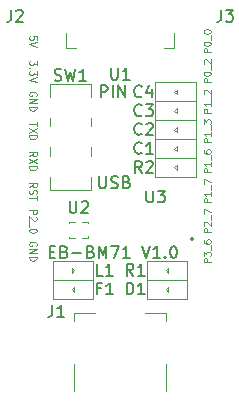
<source format=gto>
G04 #@! TF.GenerationSoftware,KiCad,Pcbnew,(6.0.7-1)-1*
G04 #@! TF.CreationDate,2022-09-24T13:58:25+09:00*
G04 #@! TF.ProjectId,EB-BM71,45422d42-4d37-4312-9e6b-696361645f70,V1.0*
G04 #@! TF.SameCoordinates,Original*
G04 #@! TF.FileFunction,Legend,Top*
G04 #@! TF.FilePolarity,Positive*
%FSLAX46Y46*%
G04 Gerber Fmt 4.6, Leading zero omitted, Abs format (unit mm)*
G04 Created by KiCad (PCBNEW (6.0.7-1)-1) date 2022-09-24 13:58:25*
%MOMM*%
%LPD*%
G01*
G04 APERTURE LIST*
%ADD10C,0.120000*%
%ADD11C,0.150000*%
%ADD12C,0.200000*%
G04 APERTURE END LIST*
D10*
X-7071428Y114285D02*
X-7071428Y399999D01*
X-7357142Y428571D01*
X-7328571Y400000D01*
X-7300000Y342857D01*
X-7300000Y199999D01*
X-7328571Y142857D01*
X-7357142Y114285D01*
X-7414285Y85714D01*
X-7557142Y85714D01*
X-7614285Y114285D01*
X-7642857Y142857D01*
X-7671428Y200000D01*
X-7671428Y342857D01*
X-7642857Y400000D01*
X-7614285Y428571D01*
X-7071428Y-85714D02*
X-7671428Y-285714D01*
X-7071428Y-485714D01*
X7671428Y-957142D02*
X7071428Y-957142D01*
X7071428Y-728571D01*
X7100000Y-671428D01*
X7128571Y-642857D01*
X7185714Y-614285D01*
X7271428Y-614285D01*
X7328571Y-642857D01*
X7357142Y-671428D01*
X7385714Y-728571D01*
X7385714Y-957142D01*
X7071428Y-242857D02*
X7071428Y-185714D01*
X7100000Y-128571D01*
X7128571Y-99999D01*
X7185714Y-71428D01*
X7300000Y-42857D01*
X7442857Y-42857D01*
X7557142Y-71428D01*
X7614285Y-100000D01*
X7642857Y-128571D01*
X7671428Y-185714D01*
X7671428Y-242857D01*
X7642857Y-300000D01*
X7614285Y-328571D01*
X7557142Y-357142D01*
X7442857Y-385714D01*
X7300000Y-385714D01*
X7185714Y-357142D01*
X7128571Y-328571D01*
X7100000Y-300000D01*
X7071428Y-242857D01*
X7728571Y71428D02*
X7728571Y528571D01*
X7071428Y785714D02*
X7071428Y842857D01*
X7100000Y900000D01*
X7128571Y928571D01*
X7185714Y957142D01*
X7300000Y985714D01*
X7442857Y985714D01*
X7557142Y957142D01*
X7614285Y928571D01*
X7642857Y900000D01*
X7671428Y842857D01*
X7671428Y785714D01*
X7642857Y728571D01*
X7614285Y700000D01*
X7557142Y671428D01*
X7442857Y642857D01*
X7300000Y642857D01*
X7185714Y671428D01*
X7128571Y700000D01*
X7100000Y728571D01*
X7071428Y785714D01*
X7671428Y-3497142D02*
X7071428Y-3497142D01*
X7071428Y-3268571D01*
X7100000Y-3211428D01*
X7128571Y-3182857D01*
X7185714Y-3154285D01*
X7271428Y-3154285D01*
X7328571Y-3182857D01*
X7357142Y-3211428D01*
X7385714Y-3268571D01*
X7385714Y-3497142D01*
X7071428Y-2782857D02*
X7071428Y-2725714D01*
X7100000Y-2668571D01*
X7128571Y-2640000D01*
X7185714Y-2611428D01*
X7300000Y-2582857D01*
X7442857Y-2582857D01*
X7557142Y-2611428D01*
X7614285Y-2640000D01*
X7642857Y-2668571D01*
X7671428Y-2725714D01*
X7671428Y-2782857D01*
X7642857Y-2840000D01*
X7614285Y-2868571D01*
X7557142Y-2897142D01*
X7442857Y-2925714D01*
X7300000Y-2925714D01*
X7185714Y-2897142D01*
X7128571Y-2868571D01*
X7100000Y-2840000D01*
X7071428Y-2782857D01*
X7728571Y-2468571D02*
X7728571Y-2011428D01*
X7128571Y-1897142D02*
X7100000Y-1868571D01*
X7071428Y-1811428D01*
X7071428Y-1668571D01*
X7100000Y-1611428D01*
X7128571Y-1582857D01*
X7185714Y-1554285D01*
X7242857Y-1554285D01*
X7328571Y-1582857D01*
X7671428Y-1925714D01*
X7671428Y-1554285D01*
X-7671428Y-9760000D02*
X-7385714Y-9560000D01*
X-7671428Y-9417142D02*
X-7071428Y-9417142D01*
X-7071428Y-9645714D01*
X-7100000Y-9702857D01*
X-7128571Y-9731428D01*
X-7185714Y-9760000D01*
X-7271428Y-9760000D01*
X-7328571Y-9731428D01*
X-7357142Y-9702857D01*
X-7385714Y-9645714D01*
X-7385714Y-9417142D01*
X-7071428Y-9960000D02*
X-7671428Y-10360000D01*
X-7071428Y-10360000D02*
X-7671428Y-9960000D01*
X-7671428Y-10588571D02*
X-7071428Y-10588571D01*
X-7071428Y-10731428D01*
X-7100000Y-10817142D01*
X-7157142Y-10874285D01*
X-7214285Y-10902857D01*
X-7328571Y-10931428D01*
X-7414285Y-10931428D01*
X-7528571Y-10902857D01*
X-7585714Y-10874285D01*
X-7642857Y-10817142D01*
X-7671428Y-10731428D01*
X-7671428Y-10588571D01*
X-7071428Y-1654285D02*
X-7071428Y-2025714D01*
X-7300000Y-1825714D01*
X-7300000Y-1911428D01*
X-7328571Y-1968571D01*
X-7357142Y-1997142D01*
X-7414285Y-2025714D01*
X-7557142Y-2025714D01*
X-7614285Y-1997142D01*
X-7642857Y-1968571D01*
X-7671428Y-1911428D01*
X-7671428Y-1740000D01*
X-7642857Y-1682857D01*
X-7614285Y-1654285D01*
X-7614285Y-2282857D02*
X-7642857Y-2311428D01*
X-7671428Y-2282857D01*
X-7642857Y-2254285D01*
X-7614285Y-2282857D01*
X-7671428Y-2282857D01*
X-7071428Y-2511428D02*
X-7071428Y-2882857D01*
X-7300000Y-2682857D01*
X-7300000Y-2768571D01*
X-7328571Y-2825714D01*
X-7357142Y-2854285D01*
X-7414285Y-2882857D01*
X-7557142Y-2882857D01*
X-7614285Y-2854285D01*
X-7642857Y-2825714D01*
X-7671428Y-2768571D01*
X-7671428Y-2597142D01*
X-7642857Y-2540000D01*
X-7614285Y-2511428D01*
X-7071428Y-3054285D02*
X-7671428Y-3254285D01*
X-7071428Y-3454285D01*
X-7100000Y-17322857D02*
X-7071428Y-17265714D01*
X-7071428Y-17180000D01*
X-7100000Y-17094285D01*
X-7157142Y-17037142D01*
X-7214285Y-17008571D01*
X-7328571Y-16980000D01*
X-7414285Y-16980000D01*
X-7528571Y-17008571D01*
X-7585714Y-17037142D01*
X-7642857Y-17094285D01*
X-7671428Y-17180000D01*
X-7671428Y-17237142D01*
X-7642857Y-17322857D01*
X-7614285Y-17351428D01*
X-7414285Y-17351428D01*
X-7414285Y-17237142D01*
X-7671428Y-17608571D02*
X-7071428Y-17608571D01*
X-7671428Y-17951428D01*
X-7071428Y-17951428D01*
X-7671428Y-18237142D02*
X-7071428Y-18237142D01*
X-7071428Y-18380000D01*
X-7100000Y-18465714D01*
X-7157142Y-18522857D01*
X-7214285Y-18551428D01*
X-7328571Y-18580000D01*
X-7414285Y-18580000D01*
X-7528571Y-18551428D01*
X-7585714Y-18522857D01*
X-7642857Y-18465714D01*
X-7671428Y-18380000D01*
X-7671428Y-18237142D01*
X7671428Y-6057142D02*
X7071428Y-6057142D01*
X7071428Y-5828571D01*
X7100000Y-5771428D01*
X7128571Y-5742857D01*
X7185714Y-5714285D01*
X7271428Y-5714285D01*
X7328571Y-5742857D01*
X7357142Y-5771428D01*
X7385714Y-5828571D01*
X7385714Y-6057142D01*
X7671428Y-5142857D02*
X7671428Y-5485714D01*
X7671428Y-5314285D02*
X7071428Y-5314285D01*
X7157142Y-5371428D01*
X7214285Y-5428571D01*
X7242857Y-5485714D01*
X7728571Y-5028571D02*
X7728571Y-4571428D01*
X7128571Y-4457142D02*
X7100000Y-4428571D01*
X7071428Y-4371428D01*
X7071428Y-4228571D01*
X7100000Y-4171428D01*
X7128571Y-4142857D01*
X7185714Y-4114285D01*
X7242857Y-4114285D01*
X7328571Y-4142857D01*
X7671428Y-4485714D01*
X7671428Y-4114285D01*
D11*
X-1623809Y-4752380D02*
X-1623809Y-3752380D01*
X-1242857Y-3752380D01*
X-1147619Y-3800000D01*
X-1100000Y-3847619D01*
X-1052380Y-3942857D01*
X-1052380Y-4085714D01*
X-1100000Y-4180952D01*
X-1147619Y-4228571D01*
X-1242857Y-4276190D01*
X-1623809Y-4276190D01*
X-623809Y-4752380D02*
X-623809Y-3752380D01*
X-147619Y-4752380D02*
X-147619Y-3752380D01*
X423809Y-4752380D01*
X423809Y-3752380D01*
X-1761904Y-11452380D02*
X-1761904Y-12261904D01*
X-1714285Y-12357142D01*
X-1666666Y-12404761D01*
X-1571428Y-12452380D01*
X-1380952Y-12452380D01*
X-1285714Y-12404761D01*
X-1238095Y-12357142D01*
X-1190476Y-12261904D01*
X-1190476Y-11452380D01*
X-761904Y-12404761D02*
X-619047Y-12452380D01*
X-380952Y-12452380D01*
X-285714Y-12404761D01*
X-238095Y-12357142D01*
X-190476Y-12261904D01*
X-190476Y-12166666D01*
X-238095Y-12071428D01*
X-285714Y-12023809D01*
X-380952Y-11976190D01*
X-571428Y-11928571D01*
X-666666Y-11880952D01*
X-714285Y-11833333D01*
X-761904Y-11738095D01*
X-761904Y-11642857D01*
X-714285Y-11547619D01*
X-666666Y-11500000D01*
X-571428Y-11452380D01*
X-333333Y-11452380D01*
X-190476Y-11500000D01*
X571428Y-11928571D02*
X714285Y-11976190D01*
X761904Y-12023809D01*
X809523Y-12119047D01*
X809523Y-12261904D01*
X761904Y-12357142D01*
X714285Y-12404761D01*
X619047Y-12452380D01*
X238095Y-12452380D01*
X238095Y-11452380D01*
X571428Y-11452380D01*
X666666Y-11500000D01*
X714285Y-11547619D01*
X761904Y-11642857D01*
X761904Y-11738095D01*
X714285Y-11833333D01*
X666666Y-11880952D01*
X571428Y-11928571D01*
X238095Y-11928571D01*
D10*
X7671428Y-16197142D02*
X7071428Y-16197142D01*
X7071428Y-15968571D01*
X7100000Y-15911428D01*
X7128571Y-15882857D01*
X7185714Y-15854285D01*
X7271428Y-15854285D01*
X7328571Y-15882857D01*
X7357142Y-15911428D01*
X7385714Y-15968571D01*
X7385714Y-16197142D01*
X7128571Y-15625714D02*
X7100000Y-15597142D01*
X7071428Y-15540000D01*
X7071428Y-15397142D01*
X7100000Y-15340000D01*
X7128571Y-15311428D01*
X7185714Y-15282857D01*
X7242857Y-15282857D01*
X7328571Y-15311428D01*
X7671428Y-15654285D01*
X7671428Y-15282857D01*
X7728571Y-15168571D02*
X7728571Y-14711428D01*
X7071428Y-14625714D02*
X7071428Y-14225714D01*
X7671428Y-14482857D01*
X7671428Y-11117142D02*
X7071428Y-11117142D01*
X7071428Y-10888571D01*
X7100000Y-10831428D01*
X7128571Y-10802857D01*
X7185714Y-10774285D01*
X7271428Y-10774285D01*
X7328571Y-10802857D01*
X7357142Y-10831428D01*
X7385714Y-10888571D01*
X7385714Y-11117142D01*
X7671428Y-10202857D02*
X7671428Y-10545714D01*
X7671428Y-10374285D02*
X7071428Y-10374285D01*
X7157142Y-10431428D01*
X7214285Y-10488571D01*
X7242857Y-10545714D01*
X7728571Y-10088571D02*
X7728571Y-9631428D01*
X7071428Y-9231428D02*
X7071428Y-9345714D01*
X7100000Y-9402857D01*
X7128571Y-9431428D01*
X7214285Y-9488571D01*
X7328571Y-9517142D01*
X7557142Y-9517142D01*
X7614285Y-9488571D01*
X7642857Y-9460000D01*
X7671428Y-9402857D01*
X7671428Y-9288571D01*
X7642857Y-9231428D01*
X7614285Y-9202857D01*
X7557142Y-9174285D01*
X7414285Y-9174285D01*
X7357142Y-9202857D01*
X7328571Y-9231428D01*
X7300000Y-9288571D01*
X7300000Y-9402857D01*
X7328571Y-9460000D01*
X7357142Y-9488571D01*
X7414285Y-9517142D01*
X7671428Y-8577142D02*
X7071428Y-8577142D01*
X7071428Y-8348571D01*
X7100000Y-8291428D01*
X7128571Y-8262857D01*
X7185714Y-8234285D01*
X7271428Y-8234285D01*
X7328571Y-8262857D01*
X7357142Y-8291428D01*
X7385714Y-8348571D01*
X7385714Y-8577142D01*
X7671428Y-7662857D02*
X7671428Y-8005714D01*
X7671428Y-7834285D02*
X7071428Y-7834285D01*
X7157142Y-7891428D01*
X7214285Y-7948571D01*
X7242857Y-8005714D01*
X7728571Y-7548571D02*
X7728571Y-7091428D01*
X7071428Y-7005714D02*
X7071428Y-6634285D01*
X7300000Y-6834285D01*
X7300000Y-6748571D01*
X7328571Y-6691428D01*
X7357142Y-6662857D01*
X7414285Y-6634285D01*
X7557142Y-6634285D01*
X7614285Y-6662857D01*
X7642857Y-6691428D01*
X7671428Y-6748571D01*
X7671428Y-6920000D01*
X7642857Y-6977142D01*
X7614285Y-7005714D01*
X-7100000Y-4622857D02*
X-7071428Y-4565714D01*
X-7071428Y-4480000D01*
X-7100000Y-4394285D01*
X-7157142Y-4337142D01*
X-7214285Y-4308571D01*
X-7328571Y-4280000D01*
X-7414285Y-4280000D01*
X-7528571Y-4308571D01*
X-7585714Y-4337142D01*
X-7642857Y-4394285D01*
X-7671428Y-4480000D01*
X-7671428Y-4537142D01*
X-7642857Y-4622857D01*
X-7614285Y-4651428D01*
X-7414285Y-4651428D01*
X-7414285Y-4537142D01*
X-7671428Y-4908571D02*
X-7071428Y-4908571D01*
X-7671428Y-5251428D01*
X-7071428Y-5251428D01*
X-7671428Y-5537142D02*
X-7071428Y-5537142D01*
X-7071428Y-5680000D01*
X-7100000Y-5765714D01*
X-7157142Y-5822857D01*
X-7214285Y-5851428D01*
X-7328571Y-5880000D01*
X-7414285Y-5880000D01*
X-7528571Y-5851428D01*
X-7585714Y-5822857D01*
X-7642857Y-5765714D01*
X-7671428Y-5680000D01*
X-7671428Y-5537142D01*
X7671428Y-18737142D02*
X7071428Y-18737142D01*
X7071428Y-18508571D01*
X7100000Y-18451428D01*
X7128571Y-18422857D01*
X7185714Y-18394285D01*
X7271428Y-18394285D01*
X7328571Y-18422857D01*
X7357142Y-18451428D01*
X7385714Y-18508571D01*
X7385714Y-18737142D01*
X7071428Y-18194285D02*
X7071428Y-17822857D01*
X7300000Y-18022857D01*
X7300000Y-17937142D01*
X7328571Y-17880000D01*
X7357142Y-17851428D01*
X7414285Y-17822857D01*
X7557142Y-17822857D01*
X7614285Y-17851428D01*
X7642857Y-17880000D01*
X7671428Y-17937142D01*
X7671428Y-18108571D01*
X7642857Y-18165714D01*
X7614285Y-18194285D01*
X7728571Y-17708571D02*
X7728571Y-17251428D01*
X7071428Y-16851428D02*
X7071428Y-16965714D01*
X7100000Y-17022857D01*
X7128571Y-17051428D01*
X7214285Y-17108571D01*
X7328571Y-17137142D01*
X7557142Y-17137142D01*
X7614285Y-17108571D01*
X7642857Y-17080000D01*
X7671428Y-17022857D01*
X7671428Y-16908571D01*
X7642857Y-16851428D01*
X7614285Y-16822857D01*
X7557142Y-16794285D01*
X7414285Y-16794285D01*
X7357142Y-16822857D01*
X7328571Y-16851428D01*
X7300000Y-16908571D01*
X7300000Y-17022857D01*
X7328571Y-17080000D01*
X7357142Y-17108571D01*
X7414285Y-17137142D01*
X-7071428Y-6862857D02*
X-7071428Y-7205714D01*
X-7671428Y-7034285D02*
X-7071428Y-7034285D01*
X-7071428Y-7348571D02*
X-7671428Y-7748571D01*
X-7071428Y-7748571D02*
X-7671428Y-7348571D01*
X-7671428Y-7977142D02*
X-7071428Y-7977142D01*
X-7071428Y-8120000D01*
X-7100000Y-8205714D01*
X-7157142Y-8262857D01*
X-7214285Y-8291428D01*
X-7328571Y-8320000D01*
X-7414285Y-8320000D01*
X-7528571Y-8291428D01*
X-7585714Y-8262857D01*
X-7642857Y-8205714D01*
X-7671428Y-8120000D01*
X-7671428Y-7977142D01*
X7671428Y-13657142D02*
X7071428Y-13657142D01*
X7071428Y-13428571D01*
X7100000Y-13371428D01*
X7128571Y-13342857D01*
X7185714Y-13314285D01*
X7271428Y-13314285D01*
X7328571Y-13342857D01*
X7357142Y-13371428D01*
X7385714Y-13428571D01*
X7385714Y-13657142D01*
X7671428Y-12742857D02*
X7671428Y-13085714D01*
X7671428Y-12914285D02*
X7071428Y-12914285D01*
X7157142Y-12971428D01*
X7214285Y-13028571D01*
X7242857Y-13085714D01*
X7728571Y-12628571D02*
X7728571Y-12171428D01*
X7071428Y-12085714D02*
X7071428Y-11685714D01*
X7671428Y-11942857D01*
D11*
X-5957142Y-17828571D02*
X-5623809Y-17828571D01*
X-5480952Y-18352380D02*
X-5957142Y-18352380D01*
X-5957142Y-17352380D01*
X-5480952Y-17352380D01*
X-4719047Y-17828571D02*
X-4576190Y-17876190D01*
X-4528571Y-17923809D01*
X-4480952Y-18019047D01*
X-4480952Y-18161904D01*
X-4528571Y-18257142D01*
X-4576190Y-18304761D01*
X-4671428Y-18352380D01*
X-5052380Y-18352380D01*
X-5052380Y-17352380D01*
X-4719047Y-17352380D01*
X-4623809Y-17400000D01*
X-4576190Y-17447619D01*
X-4528571Y-17542857D01*
X-4528571Y-17638095D01*
X-4576190Y-17733333D01*
X-4623809Y-17780952D01*
X-4719047Y-17828571D01*
X-5052380Y-17828571D01*
X-4052380Y-17971428D02*
X-3290476Y-17971428D01*
X-2480952Y-17828571D02*
X-2338095Y-17876190D01*
X-2290476Y-17923809D01*
X-2242857Y-18019047D01*
X-2242857Y-18161904D01*
X-2290476Y-18257142D01*
X-2338095Y-18304761D01*
X-2433333Y-18352380D01*
X-2814285Y-18352380D01*
X-2814285Y-17352380D01*
X-2480952Y-17352380D01*
X-2385714Y-17400000D01*
X-2338095Y-17447619D01*
X-2290476Y-17542857D01*
X-2290476Y-17638095D01*
X-2338095Y-17733333D01*
X-2385714Y-17780952D01*
X-2480952Y-17828571D01*
X-2814285Y-17828571D01*
X-1814285Y-18352380D02*
X-1814285Y-17352380D01*
X-1480952Y-18066666D01*
X-1147619Y-17352380D01*
X-1147619Y-18352380D01*
X-766666Y-17352380D02*
X-100000Y-17352380D01*
X-528571Y-18352380D01*
X804761Y-18352380D02*
X233333Y-18352380D01*
X519047Y-18352380D02*
X519047Y-17352380D01*
X423809Y-17495238D01*
X328571Y-17590476D01*
X233333Y-17638095D01*
X1852380Y-17352380D02*
X2185714Y-18352380D01*
X2519047Y-17352380D01*
X3376190Y-18352380D02*
X2804761Y-18352380D01*
X3090476Y-18352380D02*
X3090476Y-17352380D01*
X2995238Y-17495238D01*
X2900000Y-17590476D01*
X2804761Y-17638095D01*
X3804761Y-18257142D02*
X3852380Y-18304761D01*
X3804761Y-18352380D01*
X3757142Y-18304761D01*
X3804761Y-18257142D01*
X3804761Y-18352380D01*
X4471428Y-17352380D02*
X4566666Y-17352380D01*
X4661904Y-17400000D01*
X4709523Y-17447619D01*
X4757142Y-17542857D01*
X4804761Y-17733333D01*
X4804761Y-17971428D01*
X4757142Y-18161904D01*
X4709523Y-18257142D01*
X4661904Y-18304761D01*
X4566666Y-18352380D01*
X4471428Y-18352380D01*
X4376190Y-18304761D01*
X4328571Y-18257142D01*
X4280952Y-18161904D01*
X4233333Y-17971428D01*
X4233333Y-17733333D01*
X4280952Y-17542857D01*
X4328571Y-17447619D01*
X4376190Y-17400000D01*
X4471428Y-17352380D01*
D10*
X-7671428Y-14282857D02*
X-7071428Y-14282857D01*
X-7071428Y-14511428D01*
X-7100000Y-14568571D01*
X-7128571Y-14597142D01*
X-7185714Y-14625714D01*
X-7271428Y-14625714D01*
X-7328571Y-14597142D01*
X-7357142Y-14568571D01*
X-7385714Y-14511428D01*
X-7385714Y-14282857D01*
X-7128571Y-14854285D02*
X-7100000Y-14882857D01*
X-7071428Y-14940000D01*
X-7071428Y-15082857D01*
X-7100000Y-15140000D01*
X-7128571Y-15168571D01*
X-7185714Y-15197142D01*
X-7242857Y-15197142D01*
X-7328571Y-15168571D01*
X-7671428Y-14825714D01*
X-7671428Y-15197142D01*
X-7728571Y-15311428D02*
X-7728571Y-15768571D01*
X-7071428Y-16025714D02*
X-7071428Y-16082857D01*
X-7100000Y-16140000D01*
X-7128571Y-16168571D01*
X-7185714Y-16197142D01*
X-7300000Y-16225714D01*
X-7442857Y-16225714D01*
X-7557142Y-16197142D01*
X-7614285Y-16168571D01*
X-7642857Y-16140000D01*
X-7671428Y-16082857D01*
X-7671428Y-16025714D01*
X-7642857Y-15968571D01*
X-7614285Y-15940000D01*
X-7557142Y-15911428D01*
X-7442857Y-15882857D01*
X-7300000Y-15882857D01*
X-7185714Y-15911428D01*
X-7128571Y-15940000D01*
X-7100000Y-15968571D01*
X-7071428Y-16025714D01*
X-7671428Y-12371428D02*
X-7385714Y-12171428D01*
X-7671428Y-12028571D02*
X-7071428Y-12028571D01*
X-7071428Y-12257142D01*
X-7100000Y-12314285D01*
X-7128571Y-12342857D01*
X-7185714Y-12371428D01*
X-7271428Y-12371428D01*
X-7328571Y-12342857D01*
X-7357142Y-12314285D01*
X-7385714Y-12257142D01*
X-7385714Y-12028571D01*
X-7642857Y-12600000D02*
X-7671428Y-12685714D01*
X-7671428Y-12828571D01*
X-7642857Y-12885714D01*
X-7614285Y-12914285D01*
X-7557142Y-12942857D01*
X-7500000Y-12942857D01*
X-7442857Y-12914285D01*
X-7414285Y-12885714D01*
X-7385714Y-12828571D01*
X-7357142Y-12714285D01*
X-7328571Y-12657142D01*
X-7300000Y-12628571D01*
X-7242857Y-12600000D01*
X-7185714Y-12600000D01*
X-7128571Y-12628571D01*
X-7100000Y-12657142D01*
X-7071428Y-12714285D01*
X-7071428Y-12857142D01*
X-7100000Y-12942857D01*
X-7071428Y-13114285D02*
X-7071428Y-13457142D01*
X-7671428Y-13285714D02*
X-7071428Y-13285714D01*
D11*
X8556666Y2647619D02*
X8556666Y1933333D01*
X8509047Y1790476D01*
X8413809Y1695238D01*
X8270952Y1647619D01*
X8175714Y1647619D01*
X8937619Y2647619D02*
X9556666Y2647619D01*
X9223333Y2266666D01*
X9366190Y2266666D01*
X9461428Y2219047D01*
X9509047Y2171428D01*
X9556666Y2076190D01*
X9556666Y1838095D01*
X9509047Y1742857D01*
X9461428Y1695238D01*
X9366190Y1647619D01*
X9080476Y1647619D01*
X8985238Y1695238D01*
X8937619Y1742857D01*
X561904Y-21452380D02*
X561904Y-20452380D01*
X799999Y-20452380D01*
X942857Y-20500000D01*
X1038095Y-20595238D01*
X1085714Y-20690476D01*
X1133333Y-20880952D01*
X1133333Y-21023809D01*
X1085714Y-21214285D01*
X1038095Y-21309523D01*
X942857Y-21404761D01*
X799999Y-21452380D01*
X561904Y-21452380D01*
X2085714Y-21452380D02*
X1514285Y-21452380D01*
X1799999Y-21452380D02*
X1799999Y-20452380D01*
X1704761Y-20595238D01*
X1609523Y-20690476D01*
X1514285Y-20738095D01*
X-5733333Y-22352380D02*
X-5733333Y-23066666D01*
X-5780952Y-23209523D01*
X-5876190Y-23304761D01*
X-6019047Y-23352380D01*
X-6114285Y-23352380D01*
X-4733333Y-23352380D02*
X-5304761Y-23352380D01*
X-5019047Y-23352380D02*
X-5019047Y-22352380D01*
X-5114285Y-22495238D01*
X-5209523Y-22590476D01*
X-5304761Y-22638095D01*
X1833333Y-7857142D02*
X1785714Y-7904761D01*
X1642857Y-7952380D01*
X1547619Y-7952380D01*
X1404761Y-7904761D01*
X1309523Y-7809523D01*
X1261904Y-7714285D01*
X1214285Y-7523809D01*
X1214285Y-7380952D01*
X1261904Y-7190476D01*
X1309523Y-7095238D01*
X1404761Y-7000000D01*
X1547619Y-6952380D01*
X1642857Y-6952380D01*
X1785714Y-7000000D01*
X1833333Y-7047619D01*
X2214285Y-7047619D02*
X2261904Y-7000000D01*
X2357142Y-6952380D01*
X2595238Y-6952380D01*
X2690476Y-7000000D01*
X2738095Y-7047619D01*
X2785714Y-7142857D01*
X2785714Y-7238095D01*
X2738095Y-7380952D01*
X2166666Y-7952380D01*
X2785714Y-7952380D01*
X1833333Y-11152380D02*
X1500000Y-10676190D01*
X1261904Y-11152380D02*
X1261904Y-10152380D01*
X1642857Y-10152380D01*
X1738095Y-10200000D01*
X1785714Y-10247619D01*
X1833333Y-10342857D01*
X1833333Y-10485714D01*
X1785714Y-10580952D01*
X1738095Y-10628571D01*
X1642857Y-10676190D01*
X1261904Y-10676190D01*
X2214285Y-10247619D02*
X2261904Y-10200000D01*
X2357142Y-10152380D01*
X2595238Y-10152380D01*
X2690476Y-10200000D01*
X2738095Y-10247619D01*
X2785714Y-10342857D01*
X2785714Y-10438095D01*
X2738095Y-10580952D01*
X2166666Y-11152380D01*
X2785714Y-11152380D01*
X1833333Y-9457142D02*
X1785714Y-9504761D01*
X1642857Y-9552380D01*
X1547619Y-9552380D01*
X1404761Y-9504761D01*
X1309523Y-9409523D01*
X1261904Y-9314285D01*
X1214285Y-9123809D01*
X1214285Y-8980952D01*
X1261904Y-8790476D01*
X1309523Y-8695238D01*
X1404761Y-8600000D01*
X1547619Y-8552380D01*
X1642857Y-8552380D01*
X1785714Y-8600000D01*
X1833333Y-8647619D01*
X2785714Y-9552380D02*
X2214285Y-9552380D01*
X2500000Y-9552380D02*
X2500000Y-8552380D01*
X2404761Y-8695238D01*
X2309523Y-8790476D01*
X2214285Y-8838095D01*
X-1633333Y-20928571D02*
X-1966666Y-20928571D01*
X-1966666Y-21452380D02*
X-1966666Y-20452380D01*
X-1490476Y-20452380D01*
X-585714Y-21452380D02*
X-1157142Y-21452380D01*
X-871428Y-21452380D02*
X-871428Y-20452380D01*
X-966666Y-20595238D01*
X-1061904Y-20690476D01*
X-1157142Y-20738095D01*
X1833333Y-6257142D02*
X1785714Y-6304761D01*
X1642857Y-6352380D01*
X1547619Y-6352380D01*
X1404761Y-6304761D01*
X1309523Y-6209523D01*
X1261904Y-6114285D01*
X1214285Y-5923809D01*
X1214285Y-5780952D01*
X1261904Y-5590476D01*
X1309523Y-5495238D01*
X1404761Y-5400000D01*
X1547619Y-5352380D01*
X1642857Y-5352380D01*
X1785714Y-5400000D01*
X1833333Y-5447619D01*
X2166666Y-5352380D02*
X2785714Y-5352380D01*
X2452380Y-5733333D01*
X2595238Y-5733333D01*
X2690476Y-5780952D01*
X2738095Y-5828571D01*
X2785714Y-5923809D01*
X2785714Y-6161904D01*
X2738095Y-6257142D01*
X2690476Y-6304761D01*
X2595238Y-6352380D01*
X2309523Y-6352380D01*
X2214285Y-6304761D01*
X2166666Y-6257142D01*
X2238095Y-12652380D02*
X2238095Y-13461904D01*
X2285714Y-13557142D01*
X2333333Y-13604761D01*
X2428571Y-13652380D01*
X2619047Y-13652380D01*
X2714285Y-13604761D01*
X2761904Y-13557142D01*
X2809523Y-13461904D01*
X2809523Y-12652380D01*
X3190476Y-12652380D02*
X3809523Y-12652380D01*
X3476190Y-13033333D01*
X3619047Y-13033333D01*
X3714285Y-13080952D01*
X3761904Y-13128571D01*
X3809523Y-13223809D01*
X3809523Y-13461904D01*
X3761904Y-13557142D01*
X3714285Y-13604761D01*
X3619047Y-13652380D01*
X3333333Y-13652380D01*
X3238095Y-13604761D01*
X3190476Y-13557142D01*
X1833333Y-4657142D02*
X1785714Y-4704761D01*
X1642857Y-4752380D01*
X1547619Y-4752380D01*
X1404761Y-4704761D01*
X1309523Y-4609523D01*
X1261904Y-4514285D01*
X1214285Y-4323809D01*
X1214285Y-4180952D01*
X1261904Y-3990476D01*
X1309523Y-3895238D01*
X1404761Y-3800000D01*
X1547619Y-3752380D01*
X1642857Y-3752380D01*
X1785714Y-3800000D01*
X1833333Y-3847619D01*
X2690476Y-4085714D02*
X2690476Y-4752380D01*
X2452380Y-3704761D02*
X2214285Y-4419047D01*
X2833333Y-4419047D01*
X-761904Y-2252380D02*
X-761904Y-3061904D01*
X-714285Y-3157142D01*
X-666666Y-3204761D01*
X-571428Y-3252380D01*
X-380952Y-3252380D01*
X-285714Y-3204761D01*
X-238095Y-3157142D01*
X-190476Y-3061904D01*
X-190476Y-2252380D01*
X809523Y-3252380D02*
X238095Y-3252380D01*
X523809Y-3252380D02*
X523809Y-2252380D01*
X428571Y-2395238D01*
X333333Y-2490476D01*
X238095Y-2538095D01*
X1133333Y-19852380D02*
X799999Y-19376190D01*
X561904Y-19852380D02*
X561904Y-18852380D01*
X942857Y-18852380D01*
X1038095Y-18900000D01*
X1085714Y-18947619D01*
X1133333Y-19042857D01*
X1133333Y-19185714D01*
X1085714Y-19280952D01*
X1038095Y-19328571D01*
X942857Y-19376190D01*
X561904Y-19376190D01*
X2085714Y-19852380D02*
X1514285Y-19852380D01*
X1799999Y-19852380D02*
X1799999Y-18852380D01*
X1704761Y-18995238D01*
X1609523Y-19090476D01*
X1514285Y-19138095D01*
X-9223333Y2647619D02*
X-9223333Y1933333D01*
X-9270952Y1790476D01*
X-9366190Y1695238D01*
X-9509047Y1647619D01*
X-9604285Y1647619D01*
X-8794761Y2552380D02*
X-8747142Y2600000D01*
X-8651904Y2647619D01*
X-8413809Y2647619D01*
X-8318571Y2600000D01*
X-8270952Y2552380D01*
X-8223333Y2457142D01*
X-8223333Y2361904D01*
X-8270952Y2219047D01*
X-8842380Y1647619D01*
X-8223333Y1647619D01*
X-4261904Y-13552380D02*
X-4261904Y-14361904D01*
X-4214285Y-14457142D01*
X-4166666Y-14504761D01*
X-4071428Y-14552380D01*
X-3880952Y-14552380D01*
X-3785714Y-14504761D01*
X-3738095Y-14457142D01*
X-3690476Y-14361904D01*
X-3690476Y-13552380D01*
X-3261904Y-13647619D02*
X-3214285Y-13600000D01*
X-3119047Y-13552380D01*
X-2880952Y-13552380D01*
X-2785714Y-13600000D01*
X-2738095Y-13647619D01*
X-2690476Y-13742857D01*
X-2690476Y-13838095D01*
X-2738095Y-13980952D01*
X-3309523Y-14552380D01*
X-2690476Y-14552380D01*
X-1466666Y-19852380D02*
X-1942857Y-19852380D01*
X-1942857Y-18852380D01*
X-609523Y-19852380D02*
X-1180952Y-19852380D01*
X-895238Y-19852380D02*
X-895238Y-18852380D01*
X-990476Y-18995238D01*
X-1085714Y-19090476D01*
X-1180952Y-19138095D01*
X-5533333Y-3304761D02*
X-5390476Y-3352380D01*
X-5152380Y-3352380D01*
X-5057142Y-3304761D01*
X-5009523Y-3257142D01*
X-4961904Y-3161904D01*
X-4961904Y-3066666D01*
X-5009523Y-2971428D01*
X-5057142Y-2923809D01*
X-5152380Y-2876190D01*
X-5342857Y-2828571D01*
X-5438095Y-2780952D01*
X-5485714Y-2733333D01*
X-5533333Y-2638095D01*
X-5533333Y-2542857D01*
X-5485714Y-2447619D01*
X-5438095Y-2400000D01*
X-5342857Y-2352380D01*
X-5104761Y-2352380D01*
X-4961904Y-2400000D01*
X-4628571Y-2352380D02*
X-4390476Y-3352380D01*
X-4200000Y-2638095D01*
X-4009523Y-3352380D01*
X-3771428Y-2352380D01*
X-2866666Y-3352380D02*
X-3438095Y-3352380D01*
X-3152380Y-3352380D02*
X-3152380Y-2352380D01*
X-3247619Y-2495238D01*
X-3342857Y-2590476D01*
X-3438095Y-2638095D01*
D10*
X4100000Y-21200000D02*
X3900000Y-21000000D01*
X3900000Y-21000000D02*
X4100000Y-20800000D01*
X4100000Y-20800000D02*
X4100000Y-21200000D01*
X2300000Y-21800000D02*
X5700000Y-21800000D01*
X2300000Y-20200000D02*
X5700000Y-20200000D01*
X2300000Y-20200000D02*
X2300000Y-21800000D01*
X5700000Y-20200000D02*
X5700000Y-21800000D01*
X3900000Y-23700000D02*
X3900000Y-23000000D01*
X-3900000Y-27300000D02*
X-3900000Y-29600000D01*
X3900000Y-23000000D02*
X2100000Y-23000000D01*
X-3900000Y-23700000D02*
X-3900000Y-23000000D01*
X-3900000Y-23000000D02*
X-2100000Y-23000000D01*
X3900000Y-27300000D02*
X3900000Y-29600000D01*
X3000000Y-6700000D02*
X6400000Y-6700000D01*
X4600000Y-7500000D02*
X4800000Y-7300000D01*
X3000000Y-6700000D02*
X3000000Y-8300000D01*
X4800000Y-7700000D02*
X4600000Y-7500000D01*
X4800000Y-7300000D02*
X4800000Y-7700000D01*
X6400000Y-6700000D02*
X6400000Y-8300000D01*
X3000000Y-8300000D02*
X6400000Y-8300000D01*
X4800000Y-10500000D02*
X4800000Y-10900000D01*
X6400000Y-9900000D02*
X6400000Y-11500000D01*
X3000000Y-11500000D02*
X6400000Y-11500000D01*
X4800000Y-10900000D02*
X4600000Y-10700000D01*
X3000000Y-9900000D02*
X6400000Y-9900000D01*
X4600000Y-10700000D02*
X4800000Y-10500000D01*
X3000000Y-9900000D02*
X3000000Y-11500000D01*
X4600000Y-9100000D02*
X4800000Y-8900000D01*
X6400000Y-8300000D02*
X6400000Y-9900000D01*
X4800000Y-8900000D02*
X4800000Y-9300000D01*
X4800000Y-9300000D02*
X4600000Y-9100000D01*
X3000000Y-9900000D02*
X6400000Y-9900000D01*
X3000000Y-8300000D02*
X3000000Y-9900000D01*
X3000000Y-8300000D02*
X6400000Y-8300000D01*
X-2300000Y-20200000D02*
X-2300000Y-21800000D01*
X-5700000Y-20200000D02*
X-5700000Y-21800000D01*
X-3900000Y-21200000D02*
X-4100000Y-21000000D01*
X-5700000Y-20200000D02*
X-2300000Y-20200000D01*
X-3900000Y-20800000D02*
X-3900000Y-21200000D01*
X-5700000Y-21800000D02*
X-2300000Y-21800000D01*
X-4100000Y-21000000D02*
X-3900000Y-20800000D01*
X3000000Y-6700000D02*
X6400000Y-6700000D01*
X4600000Y-5900000D02*
X4800000Y-5700000D01*
X4800000Y-6100000D02*
X4600000Y-5900000D01*
X3000000Y-5100000D02*
X3000000Y-6700000D01*
X3000000Y-5100000D02*
X6400000Y-5100000D01*
X4800000Y-5700000D02*
X4800000Y-6100000D01*
X6400000Y-5100000D02*
X6400000Y-6700000D01*
D12*
X6200000Y-16750000D02*
G75*
G03*
X6200000Y-16750000I-100000J0D01*
G01*
D10*
X4600000Y-4300000D02*
X4800000Y-4100000D01*
X6400000Y-3500000D02*
X6400000Y-5100000D01*
X4800000Y-4100000D02*
X4800000Y-4500000D01*
X3000000Y-3500000D02*
X6400000Y-3500000D01*
X4800000Y-4500000D02*
X4600000Y-4300000D01*
X3000000Y-3500000D02*
X3000000Y-5100000D01*
X3000000Y-5100000D02*
X6400000Y-5100000D01*
X-4600000Y700000D02*
X-4600000Y-600000D01*
X4600000Y-600000D02*
X3700000Y-600000D01*
X4600000Y700000D02*
X4600000Y-600000D01*
X-4600000Y-600000D02*
X-3700000Y-600000D01*
X5700000Y-18600000D02*
X5700000Y-20200000D01*
X4100000Y-19600000D02*
X3900000Y-19400000D01*
X3900000Y-19400000D02*
X4100000Y-19200000D01*
X2300000Y-18600000D02*
X5700000Y-18600000D01*
X4100000Y-19200000D02*
X4100000Y-19600000D01*
X2300000Y-20200000D02*
X5700000Y-20200000D01*
X2300000Y-18600000D02*
X2300000Y-20200000D01*
X-4300000Y-16700000D02*
X-4300000Y-16600000D01*
X-2700000Y-15300000D02*
X-2700000Y-15400000D01*
X-2700000Y-16700000D02*
X-3200000Y-16700000D01*
X-3800000Y-16700000D02*
X-4300000Y-16700000D01*
X-4300000Y-15300000D02*
X-3800000Y-15300000D01*
X-4300000Y-15400000D02*
X-4300000Y-15300000D01*
X-2700000Y-16500000D02*
X-2700000Y-16700000D01*
X-3200000Y-15300000D02*
X-2700000Y-15300000D01*
X-4100000Y-19600000D02*
X-4100000Y-19200000D01*
X-2300000Y-20200000D02*
X-5700000Y-20200000D01*
X-3900000Y-19400000D02*
X-4100000Y-19600000D01*
X-4100000Y-19200000D02*
X-3900000Y-19400000D01*
X-5700000Y-20200000D02*
X-5700000Y-18600000D01*
X-2300000Y-20200000D02*
X-2300000Y-18600000D01*
X-2300000Y-18600000D02*
X-5700000Y-18600000D01*
X-5950000Y-3600000D02*
X-5950000Y-4700000D01*
X-2450000Y-12600000D02*
X-2450000Y-11500000D01*
X-2450000Y-6500000D02*
X-2450000Y-7200000D01*
X-5950000Y-3600000D02*
X-2450000Y-3600000D01*
X-5950000Y-7200000D02*
X-5950000Y-6500000D01*
X-2450000Y-9000000D02*
X-2450000Y-9700000D01*
X-5950000Y-9700000D02*
X-5950000Y-9000000D01*
X-5950000Y-12600000D02*
X-2450000Y-12600000D01*
X-2450000Y-3600000D02*
X-2450000Y-4700000D01*
X-5950000Y-12600000D02*
X-5950000Y-11500000D01*
M02*

</source>
